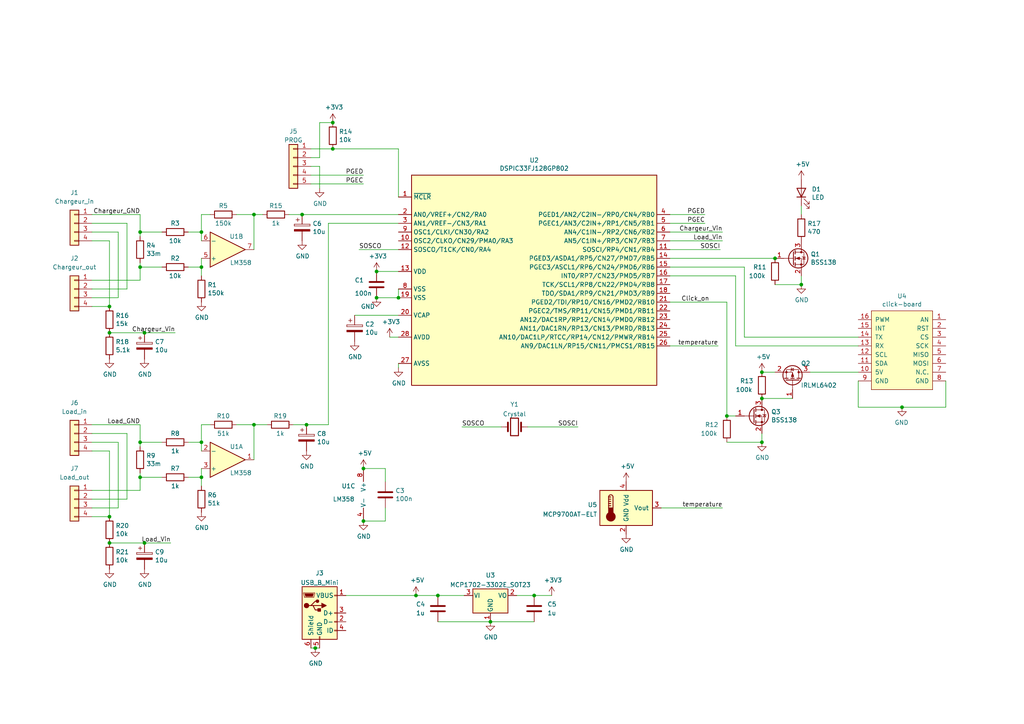
<source format=kicad_sch>
(kicad_sch (version 20211123) (generator eeschema)
  (paper "A4")
  (lib_symbols
    (symbol "Amplifier_Operational:LM358" (pin_names (offset 0.127))
      (property "Reference" "U" (at 0 5.08 0))
      (property "Value" "LM358" (at 0 -5.08 0))
      (symbol "LM358_1_1"
        (polyline (pts (xy -5.08 5.08) (xy 5.08 0) (xy -5.08 -5.08) (xy -5.08 5.08)) (stroke (width 0.254)) (fill (type background)))
        (pin output line (at 7.62 0 180) (length 2.54) (name "~") (number "1"))
        (pin input line (at -7.62 -2.54 0) (length 2.54) (name "-") (number "2"))
        (pin input line (at -7.62 2.54 0) (length 2.54) (name "+") (number "3"))
      )
      (symbol "LM358_2_1"
        (polyline (pts (xy -5.08 5.08) (xy 5.08 0) (xy -5.08 -5.08) (xy -5.08 5.08)) (stroke (width 0.254)) (fill (type background)))
        (pin input line (at -7.62 2.54 0) (length 2.54) (name "+") (number "5"))
        (pin input line (at -7.62 -2.54 0) (length 2.54) (name "-") (number "6"))
        (pin output line (at 7.62 0 180) (length 2.54) (name "~") (number "7"))
      )
      (symbol "LM358_3_1"
        (pin power_in line (at -2.54 -7.62 90) (length 3.81) (name "V-") (number "4"))
        (pin power_in line (at -2.54 7.62 270) (length 3.81) (name "V+") (number "8"))
      )
    )
    (symbol "Connector:USB_B_Mini" (pin_names (offset 1.016))
      (property "Reference" "J" (at -5.08 11.43 0))
      (property "Value" "USB_B_Mini" (at -5.08 8.89 0))
      (symbol "USB_B_Mini_0_1"
        (rectangle (start -5.08 -7.62) (end 5.08 7.62) (stroke (width 0.254)) (fill (type background)))
        (circle (center -3.81 2.159) (radius 0.635) (stroke (width 0.254)) (fill (type outline)))
        (circle (center -0.635 3.429) (radius 0.381) (stroke (width 0.254)) (fill (type outline)))
        (rectangle (start -0.127 -7.62) (end 0.127 -6.858))
        (polyline (pts (xy -1.905 2.159) (xy 0.635 2.159)) (stroke (width 0.254)))
        (polyline (pts (xy -3.175 2.159) (xy -2.54 2.159) (xy -1.27 3.429) (xy -0.635 3.429)) (stroke (width 0.254)))
        (polyline (pts (xy -2.54 2.159) (xy -1.905 2.159) (xy -1.27 0.889) (xy 0 0.889)) (stroke (width 0.254)))
        (polyline (pts (xy 0.635 2.794) (xy 0.635 1.524) (xy 1.905 2.159) (xy 0.635 2.794)) (stroke (width 0.254)) (fill (type outline)))
        (polyline (pts (xy -4.318 5.588) (xy -1.778 5.588) (xy -2.032 4.826) (xy -4.064 4.826) (xy -4.318 5.588)) (fill (type outline)))
        (polyline (pts (xy -4.699 5.842) (xy -4.699 5.588) (xy -4.445 4.826) (xy -4.445 4.572) (xy -1.651 4.572) (xy -1.651 4.826) (xy -1.397 5.588) (xy -1.397 5.842) (xy -4.699 5.842)))
        (rectangle (start 0.254 1.27) (end -0.508 0.508) (stroke (width 0.254)) (fill (type outline)))
        (rectangle (start 5.08 -5.207) (end 4.318 -4.953))
        (rectangle (start 5.08 -2.667) (end 4.318 -2.413))
        (rectangle (start 5.08 -0.127) (end 4.318 0.127))
        (rectangle (start 5.08 4.953) (end 4.318 5.207))
      )
      (symbol "USB_B_Mini_1_1"
        (pin power_out line (at 7.62 5.08 180) (length 2.54) (name "VBUS") (number "1"))
        (pin bidirectional line (at 7.62 -2.54 180) (length 2.54) (name "D-") (number "2"))
        (pin bidirectional line (at 7.62 0 180) (length 2.54) (name "D+") (number "3"))
        (pin passive line (at 7.62 -5.08 180) (length 2.54) (name "ID") (number "4"))
        (pin power_out line (at 0 -10.16 90) (length 2.54) (name "GND") (number "5"))
        (pin passive line (at -2.54 -10.16 90) (length 2.54) (name "Shield") (number "6"))
      )
    )
    (symbol "Connector_Generic:Conn_01x04" (pin_names (offset 1.016) hide)
      (property "Reference" "J" (at 0 5.08 0))
      (property "Value" "Conn_01x04" (at 0 -7.62 0))
      (symbol "Conn_01x04_1_1"
        (rectangle (start -1.27 -4.953) (end 0 -5.207) (stroke (width 0.1524)))
        (rectangle (start -1.27 -2.413) (end 0 -2.667) (stroke (width 0.1524)))
        (rectangle (start -1.27 0.127) (end 0 -0.127) (stroke (width 0.1524)))
        (rectangle (start -1.27 2.667) (end 0 2.413) (stroke (width 0.1524)))
        (rectangle (start -1.27 3.81) (end 1.27 -6.35) (stroke (width 0.254)) (fill (type background)))
        (pin passive line (at -5.08 2.54 0) (length 3.81) (name "Pin_1") (number "1"))
        (pin passive line (at -5.08 0 0) (length 3.81) (name "Pin_2") (number "2"))
        (pin passive line (at -5.08 -2.54 0) (length 3.81) (name "Pin_3") (number "3"))
        (pin passive line (at -5.08 -5.08 0) (length 3.81) (name "Pin_4") (number "4"))
      )
    )
    (symbol "Connector_Generic:Conn_01x05" (pin_names (offset 1.016) hide)
      (property "Reference" "J" (at 0 7.62 0))
      (property "Value" "Conn_01x05" (at 0 -7.62 0))
      (symbol "Conn_01x05_1_1"
        (rectangle (start -1.27 -4.953) (end 0 -5.207) (stroke (width 0.1524)))
        (rectangle (start -1.27 -2.413) (end 0 -2.667) (stroke (width 0.1524)))
        (rectangle (start -1.27 0.127) (end 0 -0.127) (stroke (width 0.1524)))
        (rectangle (start -1.27 2.667) (end 0 2.413) (stroke (width 0.1524)))
        (rectangle (start -1.27 5.207) (end 0 4.953) (stroke (width 0.1524)))
        (rectangle (start -1.27 6.35) (end 1.27 -6.35) (stroke (width 0.254)) (fill (type background)))
        (pin passive line (at -5.08 5.08 0) (length 3.81) (name "Pin_1") (number "1"))
        (pin passive line (at -5.08 2.54 0) (length 3.81) (name "Pin_2") (number "2"))
        (pin passive line (at -5.08 0 0) (length 3.81) (name "Pin_3") (number "3"))
        (pin passive line (at -5.08 -2.54 0) (length 3.81) (name "Pin_4") (number "4"))
        (pin passive line (at -5.08 -5.08 0) (length 3.81) (name "Pin_5") (number "5"))
      )
    )
    (symbol "DSP_Microchip_DSPIC33:DSPIC33FJ128GP802"
      (property "Reference" "U" (at -33.02 48.26 0))
      (property "Value" "DSPIC33FJ128GP802" (at 0 -17.78 0))
      (symbol "DSPIC33FJ128GP802_1_1"
        (rectangle (start -38.1 45.72) (end 33.02 -15.24) (stroke (width 0.254)) (fill (type background)))
        (pin input line (at -41.91 39.37 0) (length 3.81) (name "~{MCLR}") (number "1"))
        (pin input line (at -41.91 26.67 0) (length 3.81) (name "OSC2/CLKO/CN29/PMA0/RA3") (number "10"))
        (pin input line (at 36.83 24.13 180) (length 3.81) (name "SOSCI/RP4/CN1/RB4") (number "11"))
        (pin input line (at -41.91 24.13 0) (length 3.81) (name "SOSCO/T1CK/CN0/RA4") (number "12"))
        (pin power_in line (at -41.91 17.78 0) (length 3.81) (name "VDD") (number "13"))
        (pin input line (at 36.83 21.59 180) (length 3.81) (name "PGED3/ASDA1/RP5/CN27/PMD7/RB5") (number "14"))
        (pin input line (at 36.83 19.05 180) (length 3.81) (name "PGEC3/ASCL1/RP6/CN24/PMD6/RB6") (number "15"))
        (pin input line (at 36.83 16.51 180) (length 3.81) (name "INT0/RP7/CN23/PMD5/RB7") (number "16"))
        (pin input line (at 36.83 13.97 180) (length 3.81) (name "TCK/SCL1/RP8/CN22/PMD4/RB8") (number "17"))
        (pin bidirectional line (at 36.83 11.43 180) (length 3.81) (name "TDO/SDA1/RP9/CN21/PMD3/RB9") (number "18"))
        (pin power_in line (at -41.91 10.16 0) (length 3.81) (name "VSS") (number "19"))
        (pin bidirectional line (at -41.91 34.29 0) (length 3.81) (name "AN0/VREF+/CN2/RA0") (number "2"))
        (pin power_in line (at -41.91 5.08 0) (length 3.81) (name "VCAP") (number "20"))
        (pin bidirectional line (at 36.83 8.89 180) (length 3.81) (name "PGED2/TDI/RP10/CN16/PMD2/RB10") (number "21"))
        (pin bidirectional line (at 36.83 6.35 180) (length 3.81) (name "PGEC2/TMS/RP11/CN15/PMD1/RB11") (number "22"))
        (pin bidirectional line (at 36.83 3.81 180) (length 3.81) (name "AN12/DAC1RP/RP12/CN14/PMD0/RB12") (number "23"))
        (pin bidirectional line (at 36.83 1.27 180) (length 3.81) (name "AN11/DAC1RN/RP13/CN13/PMRD/RB13") (number "24"))
        (pin bidirectional line (at 36.83 -1.27 180) (length 3.81) (name "AN10/DAC1LP/RTCC/RP14/CN12/PMWR/RB14") (number "25"))
        (pin bidirectional line (at 36.83 -3.81 180) (length 3.81) (name "AN9/DAC1LN/RP15/CN11/PMCS1/RB15") (number "26"))
        (pin power_in line (at -41.91 -8.89 0) (length 3.81) (name "AVSS") (number "27"))
        (pin power_in line (at -41.91 -1.27 0) (length 3.81) (name "AVDD") (number "28"))
        (pin bidirectional line (at -41.91 31.75 0) (length 3.81) (name "AN1/VREF-/CN3/RA1") (number "3"))
        (pin bidirectional line (at 36.83 34.29 180) (length 3.81) (name "PGED1/AN2/C2IN-/RP0/CN4/RB0") (number "4"))
        (pin bidirectional line (at 36.83 31.75 180) (length 3.81) (name "PGEC1/AN3/C2IN+/RP1/CN5/RB1") (number "5"))
        (pin bidirectional line (at 36.83 29.21 180) (length 3.81) (name "AN4/C1IN-/RP2/CN6/RB2") (number "6"))
        (pin bidirectional line (at 36.83 26.67 180) (length 3.81) (name "AN5/C1IN+/RP3/CN7/RB3") (number "7"))
        (pin power_in line (at -41.91 12.7 0) (length 3.81) (name "VSS") (number "8"))
        (pin input line (at -41.91 29.21 0) (length 3.81) (name "OSC1/CLKI/CN30/RA2") (number "9"))
      )
    )
    (symbol "Device:C" (pin_numbers hide) (pin_names (offset 0.254))
      (property "Reference" "C" (at 0.635 2.54 0))
      (property "Value" "C" (at 0.635 -2.54 0))
      (symbol "C_0_1"
        (polyline (pts (xy -2.032 -0.762) (xy 2.032 -0.762)) (stroke (width 0.508)))
        (polyline (pts (xy -2.032 0.762) (xy 2.032 0.762)) (stroke (width 0.508)))
      )
      (symbol "C_1_1"
        (pin passive line (at 0 3.81 270) (length 2.794) (name "~") (number "1"))
        (pin passive line (at 0 -3.81 90) (length 2.794) (name "~") (number "2"))
      )
    )
    (symbol "Device:CP" (pin_numbers hide) (pin_names (offset 0.254))
      (property "Reference" "C" (at 0.635 2.54 0))
      (property "Value" "Device_CP" (at 0.635 -2.54 0))
      (symbol "CP_0_1"
        (rectangle (start -2.286 0.508) (end -2.286 1.016))
        (rectangle (start -2.286 0.508) (end 2.286 0.508))
        (polyline (pts (xy -1.778 2.286) (xy -0.762 2.286)))
        (polyline (pts (xy -1.27 2.794) (xy -1.27 1.778)))
        (rectangle (start 2.286 -0.508) (end -2.286 -1.016) (fill (type outline)))
        (rectangle (start 2.286 1.016) (end -2.286 1.016))
        (rectangle (start 2.286 1.016) (end 2.286 0.508))
      )
      (symbol "CP_1_1"
        (pin passive line (at 0 3.81 270) (length 2.794) (name "~") (number "1"))
        (pin passive line (at 0 -3.81 90) (length 2.794) (name "~") (number "2"))
      )
    )
    (symbol "Device:Crystal" (pin_numbers hide) (pin_names (offset 1.016) hide)
      (property "Reference" "Y" (at 0 3.81 0))
      (property "Value" "Crystal" (at 0 -3.81 0))
      (symbol "Crystal_0_1"
        (rectangle (start -1.143 2.54) (end 1.143 -2.54) (stroke (width 0.3048)))
        (polyline (pts (xy -2.54 0) (xy -1.905 0)))
        (polyline (pts (xy -1.905 -1.27) (xy -1.905 1.27)) (stroke (width 0.508)))
        (polyline (pts (xy 1.905 -1.27) (xy 1.905 1.27)) (stroke (width 0.508)))
        (polyline (pts (xy 2.54 0) (xy 1.905 0)))
      )
      (symbol "Crystal_1_1"
        (pin passive line (at -3.81 0 0) (length 1.27) (name "1") (number "1"))
        (pin passive line (at 3.81 0 180) (length 1.27) (name "2") (number "2"))
      )
    )
    (symbol "Device:LED" (pin_numbers hide) (pin_names (offset 1.016) hide)
      (property "Reference" "D" (at 0 2.54 0))
      (property "Value" "LED" (at 0 -2.54 0))
      (symbol "LED_0_1"
        (polyline (pts (xy -1.27 -1.27) (xy -1.27 1.27)) (stroke (width 0.254)))
        (polyline (pts (xy -1.27 0) (xy 1.27 0)))
        (polyline (pts (xy 1.27 -1.27) (xy 1.27 1.27) (xy -1.27 0) (xy 1.27 -1.27)) (stroke (width 0.254)))
        (polyline (pts (xy -3.048 -0.762) (xy -4.572 -2.286) (xy -3.81 -2.286) (xy -4.572 -2.286) (xy -4.572 -1.524)))
        (polyline (pts (xy -1.778 -0.762) (xy -3.302 -2.286) (xy -2.54 -2.286) (xy -3.302 -2.286) (xy -3.302 -1.524)))
      )
      (symbol "LED_1_1"
        (pin passive line (at -3.81 0 0) (length 2.54) (name "K") (number "1"))
        (pin passive line (at 3.81 0 180) (length 2.54) (name "A") (number "2"))
      )
    )
    (symbol "Device:R" (pin_numbers hide) (pin_names (offset 0))
      (property "Reference" "R" (at 2.032 0 90))
      (property "Value" "R" (at 0 0 90))
      (symbol "R_0_1"
        (rectangle (start -1.016 -2.54) (end 1.016 2.54) (stroke (width 0.254)))
      )
      (symbol "R_1_1"
        (pin passive line (at 0 3.81 270) (length 1.27) (name "~") (number "1"))
        (pin passive line (at 0 -3.81 90) (length 1.27) (name "~") (number "2"))
      )
    )
    (symbol "Regulator_Linear:MCP1700-3302E_SOT23" (pin_names (offset 0.254))
      (property "Reference" "U" (at -3.81 3.175 0))
      (property "Value" "MCP1700-3302E_SOT23" (at 0 3.175 0))
      (symbol "MCP1700-3302E_SOT23_0_1"
        (rectangle (start -5.08 1.905) (end 5.08 -5.08) (stroke (width 0.254)) (fill (type background)))
      )
      (symbol "MCP1700-3302E_SOT23_1_1"
        (pin power_in line (at 0 -7.62 90) (length 2.54) (name "GND") (number "1"))
        (pin power_out line (at 7.62 0 180) (length 2.54) (name "VO") (number "2"))
        (pin power_in line (at -7.62 0 0) (length 2.54) (name "VI") (number "3"))
      )
    )
    (symbol "Sensor_Temperature:MCP9700AT-ELT" (pin_names (offset 1.016))
      (property "Reference" "U" (at -6.35 6.35 0))
      (property "Value" "MCP9700AT-ELT" (at 1.27 6.35 0))
      (symbol "MCP9700AT-ELT_0_1"
        (rectangle (start -7.62 5.08) (end 7.62 -5.08) (stroke (width 0.254)) (fill (type background)))
        (circle (center -4.445 -2.54) (radius 1.27) (stroke (width 0.254)) (fill (type outline)))
        (rectangle (start -3.81 -1.905) (end -5.08 0) (stroke (width 0.254)) (fill (type outline)))
        (arc (start -3.81 3.175) (mid -4.445 3.81) (end -5.08 3.175) (stroke (width 0.254)))
        (polyline (pts (xy -5.08 0.635) (xy -4.445 0.635)) (stroke (width 0.254)))
        (polyline (pts (xy -5.08 1.27) (xy -4.445 1.27)) (stroke (width 0.254)))
        (polyline (pts (xy -5.08 1.905) (xy -4.445 1.905)) (stroke (width 0.254)))
        (polyline (pts (xy -5.08 2.54) (xy -4.445 2.54)) (stroke (width 0.254)))
        (polyline (pts (xy -5.08 3.175) (xy -5.08 0)) (stroke (width 0.254)))
        (polyline (pts (xy -5.08 3.175) (xy -4.445 3.175)) (stroke (width 0.254)))
        (polyline (pts (xy -3.81 3.175) (xy -3.81 0)) (stroke (width 0.254)))
      )
      (symbol "MCP9700AT-ELT_1_1"
        (pin no_connect line (at 10.16 -2.54 180) (length 2.54) hide (name "NC") (number "1"))
        (pin power_in line (at 0 -7.62 90) (length 2.54) (name "GND") (number "2"))
        (pin output line (at 10.16 0 180) (length 2.54) (name "Vout") (number "3"))
        (pin power_in line (at 0 7.62 270) (length 2.54) (name "Vdd") (number "4"))
        (pin no_connect line (at 10.16 2.54 180) (length 2.54) hide (name "NC") (number "5"))
      )
    )
    (symbol "Transistor_FET:BSS138" (pin_names hide)
      (property "Reference" "Q" (at 5.08 1.905 0))
      (property "Value" "BSS138" (at 5.08 0 0))
      (symbol "BSS138_0_1"
        (polyline (pts (xy 0.254 0) (xy -2.54 0)))
        (polyline (pts (xy 0.254 1.905) (xy 0.254 -1.905)) (stroke (width 0.254)))
        (polyline (pts (xy 0.762 -1.27) (xy 0.762 -2.286)) (stroke (width 0.254)))
        (polyline (pts (xy 0.762 0.508) (xy 0.762 -0.508)) (stroke (width 0.254)))
        (polyline (pts (xy 0.762 2.286) (xy 0.762 1.27)) (stroke (width 0.254)))
        (polyline (pts (xy 2.54 2.54) (xy 2.54 1.778)))
        (polyline (pts (xy 2.54 -2.54) (xy 2.54 0) (xy 0.762 0)))
        (polyline (pts (xy 0.762 -1.778) (xy 3.302 -1.778) (xy 3.302 1.778) (xy 0.762 1.778)))
        (polyline (pts (xy 1.016 0) (xy 2.032 0.381) (xy 2.032 -0.381) (xy 1.016 0)) (fill (type outline)))
        (polyline (pts (xy 2.794 0.508) (xy 2.921 0.381) (xy 3.683 0.381) (xy 3.81 0.254)))
        (polyline (pts (xy 3.302 0.381) (xy 2.921 -0.254) (xy 3.683 -0.254) (xy 3.302 0.381)))
        (circle (center 1.651 0) (radius 2.794) (stroke (width 0.254)))
        (circle (center 2.54 -1.778) (radius 0.254) (fill (type outline)))
        (circle (center 2.54 1.778) (radius 0.254) (fill (type outline)))
      )
      (symbol "BSS138_1_1"
        (pin input line (at -5.08 0 0) (length 2.54) (name "G") (number "1"))
        (pin passive line (at 2.54 -5.08 90) (length 2.54) (name "S") (number "2"))
        (pin passive line (at 2.54 5.08 270) (length 2.54) (name "D") (number "3"))
      )
    )
    (symbol "Transistor_FET:IRLML6402" (pin_names hide)
      (property "Reference" "Q" (at 5.08 1.905 0))
      (property "Value" "IRLML6402" (at 5.08 0 0))
      (symbol "IRLML6402_0_1"
        (polyline (pts (xy 0.254 0) (xy -2.54 0)))
        (polyline (pts (xy 0.254 1.905) (xy 0.254 -1.905)) (stroke (width 0.254)))
        (polyline (pts (xy 0.762 -1.27) (xy 0.762 -2.286)) (stroke (width 0.254)))
        (polyline (pts (xy 0.762 0.508) (xy 0.762 -0.508)) (stroke (width 0.254)))
        (polyline (pts (xy 0.762 2.286) (xy 0.762 1.27)) (stroke (width 0.254)))
        (polyline (pts (xy 2.54 2.54) (xy 2.54 1.778)))
        (polyline (pts (xy 2.54 -2.54) (xy 2.54 0) (xy 0.762 0)))
        (polyline (pts (xy 0.762 1.778) (xy 3.302 1.778) (xy 3.302 -1.778) (xy 0.762 -1.778)))
        (polyline (pts (xy 2.286 0) (xy 1.27 0.381) (xy 1.27 -0.381) (xy 2.286 0)) (fill (type outline)))
        (polyline (pts (xy 2.794 -0.508) (xy 2.921 -0.381) (xy 3.683 -0.381) (xy 3.81 -0.254)))
        (polyline (pts (xy 3.302 -0.381) (xy 2.921 0.254) (xy 3.683 0.254) (xy 3.302 -0.381)))
        (circle (center 1.651 0) (radius 2.794) (stroke (width 0.254)))
        (circle (center 2.54 -1.778) (radius 0.254) (fill (type outline)))
        (circle (center 2.54 1.778) (radius 0.254) (fill (type outline)))
      )
      (symbol "IRLML6402_1_1"
        (pin input line (at -5.08 0 0) (length 2.54) (name "G") (number "1"))
        (pin passive line (at 2.54 -5.08 90) (length 2.54) (name "S") (number "2"))
        (pin passive line (at 2.54 5.08 270) (length 2.54) (name "D") (number "3"))
      )
    )
    (symbol "click-board:click-board" (pin_names (offset 1.016))
      (property "Reference" "U" (at 0 12.7 0))
      (property "Value" "click-board" (at 0 -12.7 0))
      (symbol "click-board_0_1"
        (rectangle (start -8.89 11.43) (end 8.89 -11.43) (fill (type background)))
      )
      (symbol "click-board_1_1"
        (pin bidirectional line (at -12.7 8.89 0) (length 3.81) (name "AN") (number "1"))
        (pin bidirectional line (at 12.7 -6.35 180) (length 3.81) (name "5V") (number "10"))
        (pin bidirectional line (at 12.7 -3.81 180) (length 3.81) (name "SDA") (number "11"))
        (pin bidirectional line (at 12.7 -1.27 180) (length 3.81) (name "SCL") (number "12"))
        (pin bidirectional line (at 12.7 1.27 180) (length 3.81) (name "RX") (number "13"))
        (pin bidirectional line (at 12.7 3.81 180) (length 3.81) (name "TX") (number "14"))
        (pin bidirectional line (at 12.7 6.35 180) (length 3.81) (name "INT") (number "15"))
        (pin bidirectional line (at 12.7 8.89 180) (length 3.81) (name "PWM") (number "16"))
        (pin bidirectional line (at -12.7 6.35 0) (length 3.81) (name "RST") (number "2"))
        (pin bidirectional line (at -12.7 3.81 0) (length 3.81) (name "CS") (number "3"))
        (pin bidirectional line (at -12.7 1.27 0) (length 3.81) (name "SCK") (number "4"))
        (pin bidirectional line (at -12.7 -1.27 0) (length 3.81) (name "MISO") (number "5"))
        (pin bidirectional line (at -12.7 -3.81 0) (length 3.81) (name "MOSI") (number "6"))
        (pin bidirectional line (at -12.7 -6.35 0) (length 3.81) (name "N.C.") (number "7"))
        (pin bidirectional line (at -12.7 -8.89 0) (length 3.81) (name "GND") (number "8"))
        (pin bidirectional line (at 12.7 -8.89 180) (length 3.81) (name "GND") (number "9"))
      )
    )
    (symbol "power:+3.3V" (power) (pin_names (offset 0))
      (property "Value" "+3.3V" (at 0 3.556 0))
      (symbol "+3.3V_0_1"
        (polyline (pts (xy -0.762 1.27) (xy 0 2.54)))
        (polyline (pts (xy 0 0) (xy 0 2.54)))
        (polyline (pts (xy 0 2.54) (xy 0.762 1.27)))
      )
      (symbol "+3.3V_1_1"
        (pin power_in line (at 0 0 90) (length 0) hide (name "+3V3") (number "1"))
      )
    )
    (symbol "power:+5V" (power) (pin_names (offset 0))
      (property "Value" "+5V" (at 0 3.556 0))
      (symbol "+5V_0_1"
        (polyline (pts (xy -0.762 1.27) (xy 0 2.54)))
        (polyline (pts (xy 0 0) (xy 0 2.54)))
        (polyline (pts (xy 0 2.54) (xy 0.762 1.27)))
      )
      (symbol "+5V_1_1"
        (pin power_in line (at 0 0 90) (length 0) hide (name "+5V") (number "1"))
      )
    )
    (symbol "power:GND" (power) (pin_names (offset 0))
      (property "Value" "GND" (at 0 -3.81 0))
      (symbol "GND_0_1"
        (polyline (pts (xy 0 0) (xy 0 -1.27) (xy 1.27 -1.27) (xy 0 -2.54) (xy -1.27 -1.27) (xy 0 -1.27)))
      )
      (symbol "GND_1_1"
        (pin power_in line (at 0 0 270) (length 0) hide (name "GND") (number "1"))
      )
    )
  )
  (junction (at 73.66 123.19))
  (junction (at 31.75 157.48))
  (junction (at 220.98 115.57))
  (junction (at 41.91 157.48))
  (junction (at 232.41 82.55))
  (junction (at 105.41 135.89))
  (junction (at 58.42 138.43))
  (junction (at 40.64 77.47))
  (junction (at 58.42 128.27))
  (junction (at 154.94 172.72))
  (junction (at 261.62 118.11))
  (junction (at 40.64 138.43))
  (junction (at 40.64 67.31))
  (junction (at 31.75 88.9))
  (junction (at 87.63 62.23))
  (junction (at 31.75 149.86))
  (junction (at 58.42 77.47))
  (junction (at 142.24 180.34))
  (junction (at 220.98 128.27))
  (junction (at 58.42 67.31))
  (junction (at 96.52 43.18))
  (junction (at 31.75 96.52))
  (junction (at 109.22 86.36))
  (junction (at 224.79 74.93))
  (junction (at 120.65 172.72))
  (junction (at 88.9 123.19))
  (junction (at 109.22 78.74))
  (junction (at 127 172.72))
  (junction (at 115.57 86.36))
  (junction (at 96.52 35.56))
  (junction (at 210.82 120.65))
  (junction (at 105.41 151.13))
  (junction (at 91.44 187.96))
  (junction (at 220.98 107.95))
  (junction (at 73.66 62.23))
  (junction (at 40.64 128.27))
  (junction (at 41.91 96.52))
  (wire (pts (xy 36.83 64.77) (xy 36.83 83.82)))
  (wire (pts (xy 232.41 82.55) (xy 232.41 80.01)))
  (wire (pts (xy 58.42 67.31) (xy 58.42 69.85)))
  (wire (pts (xy 46.99 128.27) (xy 40.64 128.27)))
  (wire (pts (xy 95.25 64.77) (xy 95.25 123.19)))
  (wire (pts (xy 133.985 123.825) (xy 145.415 123.825)))
  (wire (pts (xy 58.42 135.89) (xy 58.42 138.43)))
  (wire (pts (xy 58.42 74.93) (xy 58.42 77.47)))
  (wire (pts (xy 40.64 67.31) (xy 40.64 68.58)))
  (wire (pts (xy 100.33 172.72) (xy 120.65 172.72)))
  (wire (pts (xy 73.66 62.23) (xy 73.66 72.39)))
  (wire (pts (xy 36.83 83.82) (xy 26.67 83.82)))
  (wire (pts (xy 31.75 149.86) (xy 26.67 149.86)))
  (wire (pts (xy 204.47 64.77) (xy 194.31 64.77)))
  (wire (pts (xy 58.42 138.43) (xy 58.42 140.97)))
  (wire (pts (xy 127 172.72) (xy 134.62 172.72)))
  (wire (pts (xy 142.24 180.34) (xy 127 180.34)))
  (wire (pts (xy 77.47 123.19) (xy 73.66 123.19)))
  (wire (pts (xy 40.64 138.43) (xy 40.64 142.24)))
  (wire (pts (xy 34.29 86.36) (xy 26.67 86.36)))
  (wire (pts (xy 194.31 72.39) (xy 208.915 72.39)))
  (wire (pts (xy 26.67 130.81) (xy 31.75 130.81)))
  (wire (pts (xy 90.17 50.8) (xy 105.41 50.8)))
  (wire (pts (xy 68.58 123.19) (xy 73.66 123.19)))
  (wire (pts (xy 215.9 97.79) (xy 248.92 97.79)))
  (wire (pts (xy 34.29 128.27) (xy 34.29 147.32)))
  (wire (pts (xy 194.31 74.93) (xy 224.79 74.93)))
  (wire (pts (xy 224.79 82.55) (xy 232.41 82.55)))
  (wire (pts (xy 210.82 128.27) (xy 220.98 128.27)))
  (wire (pts (xy 26.67 62.23) (xy 40.64 62.23)))
  (wire (pts (xy 46.99 67.31) (xy 40.64 67.31)))
  (wire (pts (xy 96.52 43.18) (xy 115.57 43.18)))
  (wire (pts (xy 90.17 48.26) (xy 92.71 48.26)))
  (wire (pts (xy 34.29 67.31) (xy 34.29 86.36)))
  (wire (pts (xy 76.2 62.23) (xy 73.66 62.23)))
  (wire (pts (xy 115.57 83.82) (xy 115.57 86.36)))
  (wire (pts (xy 31.75 157.48) (xy 41.91 157.48)))
  (wire (pts (xy 115.57 62.23) (xy 87.63 62.23)))
  (wire (pts (xy 68.58 62.23) (xy 73.66 62.23)))
  (wire (pts (xy 41.91 96.52) (xy 50.8 96.52)))
  (wire (pts (xy 26.67 69.85) (xy 31.75 69.85)))
  (wire (pts (xy 91.44 187.96) (xy 92.71 187.96)))
  (wire (pts (xy 31.75 130.81) (xy 31.75 149.86)))
  (wire (pts (xy 115.57 105.41) (xy 115.57 106.68)))
  (wire (pts (xy 36.83 144.78) (xy 26.67 144.78)))
  (wire (pts (xy 58.42 67.31) (xy 58.42 62.23)))
  (wire (pts (xy 90.17 187.96) (xy 91.44 187.96)))
  (wire (pts (xy 194.31 67.31) (xy 209.55 67.31)))
  (wire (pts (xy 88.9 123.19) (xy 85.09 123.19)))
  (wire (pts (xy 115.57 97.79) (xy 113.03 97.79)))
  (wire (pts (xy 58.42 123.19) (xy 60.96 123.19)))
  (wire (pts (xy 31.75 69.85) (xy 31.75 88.9)))
  (wire (pts (xy 40.64 76.2) (xy 40.64 77.47)))
  (wire (pts (xy 58.42 77.47) (xy 58.42 80.01)))
  (wire (pts (xy 54.61 128.27) (xy 58.42 128.27)))
  (wire (pts (xy 248.92 110.49) (xy 248.92 118.11)))
  (wire (pts (xy 154.94 172.72) (xy 149.86 172.72)))
  (wire (pts (xy 248.92 100.33) (xy 213.36 100.33)))
  (wire (pts (xy 92.71 35.56) (xy 92.71 45.72)))
  (wire (pts (xy 115.57 64.77) (xy 95.25 64.77)))
  (wire (pts (xy 109.22 78.74) (xy 115.57 78.74)))
  (wire (pts (xy 58.42 138.43) (xy 54.61 138.43)))
  (wire (pts (xy 160.02 172.72) (xy 154.94 172.72)))
  (wire (pts (xy 194.31 69.85) (xy 209.55 69.85)))
  (wire (pts (xy 115.57 91.44) (xy 102.87 91.44)))
  (wire (pts (xy 95.25 123.19) (xy 88.9 123.19)))
  (wire (pts (xy 234.95 107.95) (xy 248.92 107.95)))
  (wire (pts (xy 58.42 77.47) (xy 54.61 77.47)))
  (wire (pts (xy 210.82 120.65) (xy 210.82 87.63)))
  (wire (pts (xy 41.91 157.48) (xy 49.53 157.48)))
  (wire (pts (xy 58.42 62.23) (xy 60.96 62.23)))
  (wire (pts (xy 220.98 128.27) (xy 220.98 125.73)))
  (wire (pts (xy 111.76 135.89) (xy 111.76 139.7)))
  (wire (pts (xy 213.36 80.01) (xy 194.31 80.01)))
  (wire (pts (xy 40.64 62.23) (xy 40.64 67.31)))
  (wire (pts (xy 90.17 43.18) (xy 96.52 43.18)))
  (wire (pts (xy 26.67 64.77) (xy 36.83 64.77)))
  (wire (pts (xy 36.83 125.73) (xy 36.83 144.78)))
  (wire (pts (xy 73.66 123.19) (xy 73.66 133.35)))
  (wire (pts (xy 213.36 120.65) (xy 210.82 120.65)))
  (wire (pts (xy 40.64 128.27) (xy 40.64 129.54)))
  (wire (pts (xy 40.64 142.24) (xy 26.67 142.24)))
  (wire (pts (xy 104.14 72.39) (xy 115.57 72.39)))
  (wire (pts (xy 40.64 81.28) (xy 26.67 81.28)))
  (wire (pts (xy 248.92 118.11) (xy 261.62 118.11)))
  (wire (pts (xy 213.36 100.33) (xy 213.36 80.01)))
  (wire (pts (xy 111.76 151.13) (xy 111.76 147.32)))
  (wire (pts (xy 194.31 87.63) (xy 210.82 87.63)))
  (wire (pts (xy 232.41 59.69) (xy 232.41 62.23)))
  (wire (pts (xy 54.61 67.31) (xy 58.42 67.31)))
  (wire (pts (xy 92.71 48.26) (xy 92.71 54.61)))
  (wire (pts (xy 224.79 107.95) (xy 220.98 107.95)))
  (wire (pts (xy 191.77 147.32) (xy 209.55 147.32)))
  (wire (pts (xy 92.71 45.72) (xy 90.17 45.72)))
  (wire (pts (xy 40.64 77.47) (xy 40.64 81.28)))
  (wire (pts (xy 87.63 62.23) (xy 83.82 62.23)))
  (wire (pts (xy 58.42 128.27) (xy 58.42 130.81)))
  (wire (pts (xy 220.98 115.57) (xy 229.87 115.57)))
  (wire (pts (xy 31.75 88.9) (xy 26.67 88.9)))
  (wire (pts (xy 31.75 96.52) (xy 41.91 96.52)))
  (wire (pts (xy 109.22 86.36) (xy 115.57 86.36)))
  (wire (pts (xy 142.24 180.34) (xy 154.94 180.34)))
  (wire (pts (xy 215.9 77.47) (xy 215.9 97.79)))
  (wire (pts (xy 261.62 118.11) (xy 274.32 118.11)))
  (wire (pts (xy 40.64 137.16) (xy 40.64 138.43)))
  (wire (pts (xy 153.035 123.825) (xy 167.64 123.825)))
  (wire (pts (xy 120.65 172.72) (xy 127 172.72)))
  (wire (pts (xy 26.67 67.31) (xy 34.29 67.31)))
  (wire (pts (xy 105.41 135.89) (xy 111.76 135.89)))
  (wire (pts (xy 26.67 123.19) (xy 40.64 123.19)))
  (wire (pts (xy 194.31 100.33) (xy 208.28 100.33)))
  (wire (pts (xy 96.52 35.56) (xy 92.71 35.56)))
  (wire (pts (xy 26.67 128.27) (xy 34.29 128.27)))
  (wire (pts (xy 204.47 62.23) (xy 194.31 62.23)))
  (wire (pts (xy 274.32 118.11) (xy 274.32 110.49)))
  (wire (pts (xy 115.57 43.18) (xy 115.57 57.15)))
  (wire (pts (xy 26.67 125.73) (xy 36.83 125.73)))
  (wire (pts (xy 105.41 151.13) (xy 111.76 151.13)))
  (wire (pts (xy 46.99 77.47) (xy 40.64 77.47)))
  (wire (pts (xy 58.42 128.27) (xy 58.42 123.19)))
  (wire (pts (xy 194.31 77.47) (xy 215.9 77.47)))
  (wire (pts (xy 90.17 53.34) (xy 105.41 53.34)))
  (wire (pts (xy 40.64 123.19) (xy 40.64 128.27)))
  (wire (pts (xy 46.99 138.43) (xy 40.64 138.43)))
  (wire (pts (xy 34.29 147.32) (xy 26.67 147.32)))
  (label "Load_GND" (at 40.64 123.19 180))
  (label "temperature" (at 208.28 100.33 180))
  (label "Load_Vin" (at 49.53 157.48 180))
  (label "Click_on" (at 205.74 87.63 180))
  (label "SOSCI" (at 208.915 72.39 180))
  (label "temperature" (at 209.55 147.32 180))
  (label "PGEC" (at 204.47 64.77 180))
  (label "SOSCO" (at 133.985 123.825 0))
  (label "Chargeur_Vin" (at 209.55 67.31 180))
  (label "SOSCO" (at 104.14 72.39 0))
  (label "PGED" (at 105.41 50.8 180))
  (label "Chargeur_Vin" (at 50.8 96.52 180))
  (label "PGEC" (at 105.41 53.34 180))
  (label "SOSCI" (at 167.64 123.825 180))
  (label "Load_Vin" (at 209.55 69.85 180))
  (label "Chargeur_GND" (at 40.64 62.23 180))
  (label "PGED" (at 204.47 62.23 180))
  (symbol (lib_id "Amplifier_Operational:LM358") (at 66.04 133.35 0) (mirror x) (unit 1)
    (property "Reference" "U1" (at 68.58 129.54 0))
    (property "Value" "LM358" (at 69.85 137.16 0))
    (property "Footprint" "Package_DIP:DIP-8_W7.62mm_LongPads" (effects hide))
    (property "Datasheet" "http://www.ti.com/lit/ds/symlink/lm2904-n.pdf" (effects hide))
  )
  (symbol (lib_id "Amplifier_Operational:LM358") (at 66.04 72.39 0) (mirror x) (unit 2)
    (property "Reference" "U1" (at 68.58 68.58 0))
    (property "Value" "LM358" (at 69.85 76.2 0))
    (property "Footprint" "Package_DIP:DIP-8_W7.62mm_LongPads" (effects hide))
    (property "Datasheet" "http://www.ti.com/lit/ds/symlink/lm2904-n.pdf" (effects hide))
  )
  (symbol (lib_id "Amplifier_Operational:LM358") (at 107.95 143.51 0) (unit 3)
    (property "Reference" "U1" (at 99.06 140.97 0) (effects (justify left)))
    (property "Value" "LM358" (at 96.52 144.78 0) (effects (justify left)))
    (property "Footprint" "Package_DIP:DIP-8_W7.62mm_LongPads" (effects hide))
    (property "Datasheet" "http://www.ti.com/lit/ds/symlink/lm2904-n.pdf" (effects hide))
  )
  (symbol (lib_id "Device:C") (at 109.22 82.55 0) (unit 1)
    (property "Reference" "C1" (at 102.87 81.28 0) (effects (justify left)))
    (property "Value" "100n" (at 102.87 85.09 0) (effects (justify left)))
    (property "Footprint" "Capacitor_THT:C_Disc_D7.0mm_W2.5mm_P5.00mm" (effects hide))
  )
  (symbol (lib_id "Transistor_FET:IRLML6402") (at 229.87 110.49 270) (mirror x) (unit 1)
    (property "Reference" "Q2" (at 233.68 105.41 90))
    (property "Value" "IRLML6402" (at 237.49 111.76 90))
    (property "Footprint" "Package_TO_SOT_SMD:SOT-23" (effects hide))
    (property "Datasheet" "https://www.infineon.com/dgdl/irlml6402pbf.pdf?fileId=5546d462533600a401535668d5c2263c" (effects hide))
  )
  (symbol (lib_id "Transistor_FET:BSS138") (at 218.44 120.65 0) (unit 1)
    (property "Reference" "Q3" (at 223.6724 119.4562 0) (effects (justify left)))
    (property "Value" "BSS138" (at 223.6724 121.8184 0) (effects (justify left)))
    (property "Footprint" "Package_TO_SOT_SMD:SOT-23" (effects hide))
    (property "Datasheet" "https://www.fairchildsemi.com/datasheets/BS/BSS138.pdf" (effects hide))
  )
  (symbol (lib_id "power:+3.3V") (at 160.02 172.72 0) (unit 1)
    (property "Reference" "#PWR017" (effects hide))
    (property "Value" "+3.3V" (at 160.401 168.275 0))
  )
  (symbol (lib_id "Device:R") (at 220.98 111.76 0) (unit 1)
    (property "Reference" "R13" (at 214.63 110.49 0) (effects (justify left)))
    (property "Value" "100k" (at 213.36 113.03 0) (effects (justify left)))
    (property "Footprint" "Resistor_SMD:R_0805_2012Metric_Pad1.15x1.40mm_HandSolder" (effects hide))
  )
  (symbol (lib_id "power:GND") (at 142.24 180.34 0) (unit 1)
    (property "Reference" "#PWR019" (effects hide))
    (property "Value" "GND" (at 142.367 184.785 0))
  )
  (symbol (lib_id "power:GND") (at 220.98 128.27 0) (unit 1)
    (property "Reference" "#PWR014" (effects hide))
    (property "Value" "GND" (at 221.107 132.715 0))
  )
  (symbol (lib_id "Connector_Generic:Conn_01x05") (at 85.09 48.26 0) (mirror y) (unit 1)
    (property "Reference" "J5" (at 85.09 38.1 0))
    (property "Value" "PROG" (at 85.09 40.64 0))
    (property "Footprint" "Connector_PinHeader_2.54mm:PinHeader_1x05_P2.54mm_Vertical" (effects hide))
  )
  (symbol (lib_id "Device:R") (at 96.52 39.37 0) (unit 1)
    (property "Reference" "R14" (at 98.298 38.1762 0) (effects (justify left)))
    (property "Value" "10k" (at 98.298 40.5384 0) (effects (justify left)))
    (property "Footprint" "Resistor_THT:R_Axial_DIN0207_L6.3mm_D2.5mm_P10.16mm_Horizontal" (effects hide))
  )
  (symbol (lib_id "power:+3.3V") (at 96.52 35.56 0) (unit 1)
    (property "Reference" "#PWR01" (effects hide))
    (property "Value" "+3.3V" (at 96.901 31.115 0))
  )
  (symbol (lib_id "power:GND") (at 92.71 54.61 0) (unit 1)
    (property "Reference" "#PWR03" (effects hide))
    (property "Value" "GND" (at 92.837 59.055 0))
  )
  (symbol (lib_id "power:+3.3V") (at 109.22 78.74 0) (unit 1)
    (property "Reference" "#PWR04" (effects hide))
    (property "Value" "+3.3V" (at 109.601 74.295 0))
  )
  (symbol (lib_id "power:GND") (at 109.22 86.36 0) (unit 1)
    (property "Reference" "#PWR06" (effects hide))
    (property "Value" "GND" (at 106.68 88.9 0))
  )
  (symbol (lib_id "Device:CP") (at 102.87 95.25 0) (unit 1)
    (property "Reference" "C2" (at 105.8926 94.0562 0) (effects (justify left)))
    (property "Value" "10u" (at 105.8926 96.4184 0) (effects (justify left)))
    (property "Footprint" "Capacitor_THT:CP_Radial_D6.3mm_P2.50mm" (effects hide))
  )
  (symbol (lib_id "power:GND") (at 102.87 99.06 0) (unit 1)
    (property "Reference" "#PWR09" (effects hide))
    (property "Value" "GND" (at 102.997 103.505 0))
  )
  (symbol (lib_id "power:+3.3V") (at 113.03 97.79 0) (unit 1)
    (property "Reference" "#PWR08" (effects hide))
    (property "Value" "+3.3V" (at 113.411 93.345 0))
  )
  (symbol (lib_id "power:GND") (at 115.57 106.68 0) (unit 1)
    (property "Reference" "#PWR010" (effects hide))
    (property "Value" "GND" (at 115.697 111.125 0))
  )
  (symbol (lib_id "Connector_Generic:Conn_01x04") (at 21.59 64.77 0) (mirror y) (unit 1)
    (property "Reference" "J1" (at 21.59 55.88 0))
    (property "Value" "Chargeur_in" (at 21.59 58.42 0))
    (property "Footprint" "Connector_PinHeader_2.54mm:PinHeader_1x04_P2.54mm_Vertical" (effects hide))
  )
  (symbol (lib_id "Connector_Generic:Conn_01x04") (at 21.59 83.82 0) (mirror y) (unit 1)
    (property "Reference" "J2" (at 21.59 74.93 0))
    (property "Value" "Chargeur_out" (at 21.59 77.47 0))
    (property "Footprint" "Connector_PinHeader_2.54mm:PinHeader_1x04_P2.54mm_Vertical" (effects hide))
  )
  (symbol (lib_id "Device:R") (at 40.64 72.39 0) (unit 1)
    (property "Reference" "R4" (at 42.418 71.1962 0) (effects (justify left)))
    (property "Value" "33m" (at 42.418 73.5584 0) (effects (justify left)))
    (property "Footprint" "Resistor_SMD:R_2512_6332Metric_Pad1.52x3.35mm_HandSolder" (effects hide))
  )
  (symbol (lib_id "Device:R") (at 50.8 67.31 270) (unit 1)
    (property "Reference" "R3" (at 50.8 64.77 90))
    (property "Value" "10k" (at 50.8 69.85 90))
    (property "Footprint" "Resistor_THT:R_Axial_DIN0207_L6.3mm_D2.5mm_P10.16mm_Horizontal" (effects hide))
  )
  (symbol (lib_id "Device:R") (at 50.8 77.47 270) (unit 1)
    (property "Reference" "R2" (at 50.8 74.93 90))
    (property "Value" "10k" (at 50.8 80.01 90))
    (property "Footprint" "Resistor_THT:R_Axial_DIN0207_L6.3mm_D2.5mm_P10.16mm_Horizontal" (effects hide))
  )
  (symbol (lib_id "Device:R") (at 64.77 62.23 270) (unit 1)
    (property "Reference" "R5" (at 64.77 59.69 90))
    (property "Value" "150k" (at 64.77 64.77 90))
    (property "Footprint" "Resistor_THT:R_Axial_DIN0207_L6.3mm_D2.5mm_P10.16mm_Horizontal" (effects hide))
  )
  (symbol (lib_id "Device:R") (at 58.42 83.82 0) (unit 1)
    (property "Reference" "R1" (at 60.198 82.6262 0) (effects (justify left)))
    (property "Value" "150k" (at 60.198 84.9884 0) (effects (justify left)))
    (property "Footprint" "Resistor_THT:R_Axial_DIN0207_L6.3mm_D2.5mm_P10.16mm_Horizontal" (effects hide))
  )
  (symbol (lib_id "power:GND") (at 58.42 87.63 0) (unit 1)
    (property "Reference" "#PWR07" (effects hide))
    (property "Value" "GND" (at 58.547 92.075 0))
  )
  (symbol (lib_id "DSP_Microchip_DSPIC33:DSPIC33FJ128GP802") (at 157.48 96.52 0) (unit 1)
    (property "Reference" "U2" (at 154.94 46.482 0))
    (property "Value" "DSPIC33FJ128GP802" (at 154.94 48.8442 0))
    (property "Footprint" "Package_DIP:DIP-28_W7.62mm_LongPads" (effects hide))
    (property "Datasheet" "http://ww1.microchip.com/downloads/en/DeviceDoc/70292G.pdf" (effects hide))
  )
  (symbol (lib_id "power:+5V") (at 120.65 172.72 0) (unit 1)
    (property "Reference" "#PWR018" (effects hide))
    (property "Value" "+5V" (at 121.031 168.275 0))
  )
  (symbol (lib_id "power:+5V") (at 105.41 135.89 0) (unit 1)
    (property "Reference" "#PWR013" (effects hide))
    (property "Value" "+5V" (at 105.791 131.445 0))
  )
  (symbol (lib_id "power:GND") (at 105.41 151.13 0) (unit 1)
    (property "Reference" "#PWR016" (effects hide))
    (property "Value" "GND" (at 105.537 155.575 0))
  )
  (symbol (lib_id "Device:C") (at 111.76 143.51 0) (unit 1)
    (property "Reference" "C3" (at 114.681 142.3162 0) (effects (justify left)))
    (property "Value" "100n" (at 114.681 144.6784 0) (effects (justify left)))
    (property "Footprint" "Capacitor_THT:C_Disc_D7.0mm_W2.5mm_P5.00mm" (effects hide))
  )
  (symbol (lib_id "Connector_Generic:Conn_01x04") (at 21.59 125.73 0) (mirror y) (unit 1)
    (property "Reference" "J6" (at 21.59 116.84 0))
    (property "Value" "Load_in" (at 21.59 119.38 0))
    (property "Footprint" "Connector_PinHeader_2.54mm:PinHeader_1x04_P2.54mm_Vertical" (effects hide))
  )
  (symbol (lib_id "Connector_Generic:Conn_01x04") (at 21.59 144.78 0) (mirror y) (unit 1)
    (property "Reference" "J7" (at 21.59 135.89 0))
    (property "Value" "Load_out" (at 21.59 138.43 0))
    (property "Footprint" "Connector_PinHeader_2.54mm:PinHeader_1x04_P2.54mm_Vertical" (effects hide))
  )
  (symbol (lib_id "Device:R") (at 40.64 133.35 0) (unit 1)
    (property "Reference" "R9" (at 42.418 132.1562 0) (effects (justify left)))
    (property "Value" "33m" (at 42.418 134.5184 0) (effects (justify left)))
    (property "Footprint" "Resistor_SMD:R_2512_6332Metric_Pad1.52x3.35mm_HandSolder" (effects hide))
  )
  (symbol (lib_id "Device:R") (at 50.8 128.27 270) (unit 1)
    (property "Reference" "R8" (at 50.8 125.73 90))
    (property "Value" "1k" (at 50.8 130.81 90))
    (property "Footprint" "Resistor_THT:R_Axial_DIN0207_L6.3mm_D2.5mm_P10.16mm_Horizontal" (effects hide))
  )
  (symbol (lib_id "Device:R") (at 50.8 138.43 270) (unit 1)
    (property "Reference" "R7" (at 50.8 135.89 90))
    (property "Value" "1k" (at 50.8 140.97 90))
    (property "Footprint" "Resistor_THT:R_Axial_DIN0207_L6.3mm_D2.5mm_P10.16mm_Horizontal" (effects hide))
  )
  (symbol (lib_id "Device:R") (at 64.77 123.19 270) (unit 1)
    (property "Reference" "R10" (at 64.77 120.65 90))
    (property "Value" "51k" (at 64.77 125.73 90))
    (property "Footprint" "Resistor_THT:R_Axial_DIN0207_L6.3mm_D2.5mm_P10.16mm_Horizontal" (effects hide))
  )
  (symbol (lib_id "Device:R") (at 58.42 144.78 0) (unit 1)
    (property "Reference" "R6" (at 60.198 143.5862 0) (effects (justify left)))
    (property "Value" "51k" (at 60.198 145.9484 0) (effects (justify left)))
    (property "Footprint" "Resistor_THT:R_Axial_DIN0207_L6.3mm_D2.5mm_P10.16mm_Horizontal" (effects hide))
  )
  (symbol (lib_id "power:GND") (at 58.42 148.59 0) (unit 1)
    (property "Reference" "#PWR015" (effects hide))
    (property "Value" "GND" (at 58.547 153.035 0))
  )
  (symbol (lib_id "power:+5V") (at 220.98 107.95 0) (unit 1)
    (property "Reference" "#PWR011" (effects hide))
    (property "Value" "+5V" (at 221.361 103.505 0))
  )
  (symbol (lib_id "click-board:click-board") (at 261.62 101.6 0) (mirror y) (unit 1)
    (property "Reference" "U4" (at 261.62 85.8774 0))
    (property "Value" "click-board" (at 261.62 88.2396 0))
    (property "Footprint" "myLib:Click-board" (effects hide))
  )
  (symbol (lib_id "power:GND") (at 261.62 118.11 0) (mirror y) (unit 1)
    (property "Reference" "#PWR012" (effects hide))
    (property "Value" "GND" (at 261.493 122.555 0))
  )
  (symbol (lib_id "Transistor_FET:BSS138") (at 229.87 74.93 0) (unit 1)
    (property "Reference" "Q1" (at 235.1024 73.7362 0) (effects (justify left)))
    (property "Value" "BSS138" (at 235.1024 76.0984 0) (effects (justify left)))
    (property "Footprint" "Package_TO_SOT_SMD:SOT-23" (effects hide))
    (property "Datasheet" "https://www.fairchildsemi.com/datasheets/BS/BSS138.pdf" (effects hide))
  )
  (symbol (lib_id "power:GND") (at 232.41 82.55 0) (unit 1)
    (property "Reference" "#PWR05" (effects hide))
    (property "Value" "GND" (at 232.537 86.995 0))
  )
  (symbol (lib_id "Device:R") (at 232.41 66.04 0) (unit 1)
    (property "Reference" "R17" (at 234.188 64.8462 0) (effects (justify left)))
    (property "Value" "470" (at 234.188 67.2084 0) (effects (justify left)))
    (property "Footprint" "Resistor_SMD:R_0805_2012Metric_Pad1.15x1.40mm_HandSolder" (effects hide))
  )
  (symbol (lib_id "Device:LED") (at 232.41 55.88 90) (unit 1)
    (property "Reference" "D1" (at 235.4326 54.8894 90) (effects (justify right)))
    (property "Value" "LED" (at 235.4326 57.2516 90) (effects (justify right)))
    (property "Footprint" "LED_SMD:LED_1206_3216Metric_Pad1.42x1.75mm_HandSolder" (effects hide))
  )
  (symbol (lib_id "power:+5V") (at 232.41 52.07 0) (unit 1)
    (property "Reference" "#PWR02" (effects hide))
    (property "Value" "+5V" (at 232.791 47.625 0))
  )
  (symbol (lib_id "Device:R") (at 210.82 124.46 0) (unit 1)
    (property "Reference" "R12" (at 204.47 123.19 0) (effects (justify left)))
    (property "Value" "100k" (at 203.2 125.73 0) (effects (justify left)))
    (property "Footprint" "Resistor_SMD:R_0805_2012Metric_Pad1.15x1.40mm_HandSolder" (effects hide))
  )
  (symbol (lib_id "Device:R") (at 224.79 78.74 0) (unit 1)
    (property "Reference" "R11" (at 218.44 77.47 0) (effects (justify left)))
    (property "Value" "100k" (at 217.17 80.01 0) (effects (justify left)))
    (property "Footprint" "Resistor_SMD:R_0805_2012Metric_Pad1.15x1.40mm_HandSolder" (effects hide))
  )
  (symbol (lib_id "Device:C") (at 127 176.53 0) (unit 1)
    (property "Reference" "C4" (at 120.65 175.26 0) (effects (justify left)))
    (property "Value" "1u" (at 120.65 177.8 0) (effects (justify left)))
    (property "Footprint" "Capacitor_SMD:C_0805_2012Metric_Pad1.18x1.45mm_HandSolder" (effects hide))
  )
  (symbol (lib_id "Device:C") (at 154.94 176.53 0) (unit 1)
    (property "Reference" "C5" (at 158.75 175.26 0) (effects (justify left)))
    (property "Value" "1u" (at 158.75 177.8 0) (effects (justify left)))
    (property "Footprint" "Capacitor_SMD:C_0805_2012Metric_Pad1.18x1.45mm_HandSolder" (effects hide))
  )
  (symbol (lib_id "power:GND") (at 87.63 69.85 0) (unit 1)
    (property "Reference" "#PWR0105" (effects hide))
    (property "Value" "GND" (at 87.757 74.295 0))
  )
  (symbol (lib_id "power:GND") (at 41.91 104.14 0) (unit 1)
    (property "Reference" "#PWR0109" (effects hide))
    (property "Value" "GND" (at 42.037 108.585 0))
  )
  (symbol (lib_id "power:GND") (at 88.9 130.81 0) (unit 1)
    (property "Reference" "#PWR0102" (effects hide))
    (property "Value" "GND" (at 89.027 135.255 0))
  )
  (symbol (lib_id "Device:Crystal") (at 149.225 123.825 0) (unit 1)
    (property "Reference" "Y1" (at 149.225 117.2931 0))
    (property "Value" "Crystal" (at 149.225 120.0682 0))
    (property "Footprint" "Crystal:Crystal_AT310_D3.0mm_L10.0mm_Vertical" (effects hide))
  )
  (symbol (lib_id "Connector:USB_B_Mini") (at 92.71 177.8 0) (unit 1)
    (property "Reference" "J3" (at 92.71 166.2135 0))
    (property "Value" "USB_B_Mini" (at 92.71 168.9886 0))
    (property "Footprint" "Connector_USB:USB_Micro-B_Molex-105017-0001" (effects hide))
  )
  (symbol (lib_id "power:GND") (at 31.75 104.14 0) (unit 1)
    (property "Reference" "#PWR0108" (effects hide))
    (property "Value" "GND" (at 31.877 108.585 0))
  )
  (symbol (lib_id "Device:CP") (at 87.63 66.04 0) (unit 1)
    (property "Reference" "C6" (at 90.6526 64.8462 0) (effects (justify left)))
    (property "Value" "10u" (at 90.6526 67.2084 0) (effects (justify left)))
    (property "Footprint" "Capacitor_THT:CP_Radial_D6.3mm_P2.50mm" (effects hide))
  )
  (symbol (lib_id "power:GND") (at 41.91 165.1 0) (unit 1)
    (property "Reference" "#PWR0107" (effects hide))
    (property "Value" "GND" (at 42.037 169.545 0))
  )
  (symbol (lib_id "power:+5V") (at 181.61 139.7 0) (unit 1)
    (property "Reference" "#PWR0104" (effects hide))
    (property "Value" "+5V" (at 181.991 135.255 0))
  )
  (symbol (lib_id "Device:CP") (at 41.91 161.29 0) (unit 1)
    (property "Reference" "C9" (at 44.9326 160.0962 0) (effects (justify left)))
    (property "Value" "10u" (at 44.9326 162.4584 0) (effects (justify left)))
    (property "Footprint" "Capacitor_THT:CP_Radial_D6.3mm_P2.50mm" (effects hide))
  )
  (symbol (lib_id "Device:R") (at 31.75 92.71 0) (unit 1)
    (property "Reference" "R16" (at 33.528 91.5162 0) (effects (justify left)))
    (property "Value" "15k" (at 33.528 93.8784 0) (effects (justify left)))
    (property "Footprint" "Resistor_THT:R_Axial_DIN0207_L6.3mm_D2.5mm_P10.16mm_Horizontal" (effects hide))
  )
  (symbol (lib_id "Device:R") (at 31.75 153.67 0) (unit 1)
    (property "Reference" "R20" (at 33.528 152.4762 0) (effects (justify left)))
    (property "Value" "10k" (at 33.528 154.8384 0) (effects (justify left)))
    (property "Footprint" "Resistor_THT:R_Axial_DIN0207_L6.3mm_D2.5mm_P10.16mm_Horizontal" (effects hide))
  )
  (symbol (lib_id "Regulator_Linear:MCP1700-3302E_SOT23") (at 142.24 172.72 0) (unit 1)
    (property "Reference" "U3" (at 142.24 166.8485 0))
    (property "Value" "MCP1702-3302E_SOT23" (at 142.24 169.6236 0))
    (property "Footprint" "Package_TO_SOT_SMD:SOT-23" (effects hide))
    (property "Datasheet" "http://ww1.microchip.com/downloads/en/DeviceDoc/20001826D.pdf" (effects hide))
  )
  (symbol (lib_id "Sensor_Temperature:MCP9700AT-ELT") (at 181.61 147.32 0) (unit 1)
    (property "Reference" "U5" (at 173.2281 146.4115 0) (effects (justify right)))
    (property "Value" "MCP9700AT-ELT" (at 173.2281 149.1866 0) (effects (justify right)))
    (property "Footprint" "Package_TO_SOT_SMD:SOT-353_SC-70-5" (effects hide))
    (property "Datasheet" "http://ww1.microchip.com/downloads/en/DeviceDoc/20001942G.pdf" (effects hide))
  )
  (symbol (lib_id "Device:CP") (at 41.91 100.33 0) (unit 1)
    (property "Reference" "C7" (at 44.9326 99.1362 0) (effects (justify left)))
    (property "Value" "10u" (at 44.9326 101.4984 0) (effects (justify left)))
    (property "Footprint" "Capacitor_THT:CP_Radial_D6.3mm_P2.50mm" (effects hide))
  )
  (symbol (lib_id "power:GND") (at 91.44 187.96 0) (unit 1)
    (property "Reference" "#PWR0101" (effects hide))
    (property "Value" "GND" (at 91.567 192.405 0))
  )
  (symbol (lib_id "Device:R") (at 81.28 123.19 270) (unit 1)
    (property "Reference" "R19" (at 81.28 120.65 90))
    (property "Value" "1k" (at 81.28 125.73 90))
    (property "Footprint" "Resistor_THT:R_Axial_DIN0207_L6.3mm_D2.5mm_P10.16mm_Horizontal" (effects hide))
  )
  (symbol (lib_id "Device:R") (at 80.01 62.23 270) (unit 1)
    (property "Reference" "R15" (at 80.01 59.69 90))
    (property "Value" "1k" (at 80.01 64.77 90))
    (property "Footprint" "Resistor_THT:R_Axial_DIN0207_L6.3mm_D2.5mm_P10.16mm_Horizontal" (effects hide))
  )
  (symbol (lib_id "Device:CP") (at 88.9 127 0) (unit 1)
    (property "Reference" "C8" (at 91.9226 125.8062 0) (effects (justify left)))
    (property "Value" "10u" (at 91.9226 128.1684 0) (effects (justify left)))
    (property "Footprint" "Capacitor_THT:CP_Radial_D6.3mm_P2.50mm" (effects hide))
  )
  (symbol (lib_id "Device:R") (at 31.75 161.29 0) (unit 1)
    (property "Reference" "R21" (at 33.528 160.0962 0) (effects (justify left)))
    (property "Value" "10k" (at 33.528 162.4584 0) (effects (justify left)))
    (property "Footprint" "Resistor_THT:R_Axial_DIN0207_L6.3mm_D2.5mm_P10.16mm_Horizontal" (effects hide))
  )
  (symbol (lib_id "Device:R") (at 31.75 100.33 0) (unit 1)
    (property "Reference" "R18" (at 33.528 99.1362 0) (effects (justify left)))
    (property "Value" "5.1k" (at 33.528 101.4984 0) (effects (justify left)))
    (property "Footprint" "Resistor_THT:R_Axial_DIN0207_L6.3mm_D2.5mm_P10.16mm_Horizontal" (effects hide))
  )
  (symbol (lib_id "power:GND") (at 31.75 165.1 0) (unit 1)
    (property "Reference" "#PWR0106" (effects hide))
    (property "Value" "GND" (at 31.877 169.545 0))
  )
  (symbol (lib_id "power:GND") (at 181.61 154.94 0) (unit 1)
    (property "Reference" "#PWR0103" (effects hide))
    (property "Value" "GND" (at 181.737 159.385 0))
  )
)
</source>
